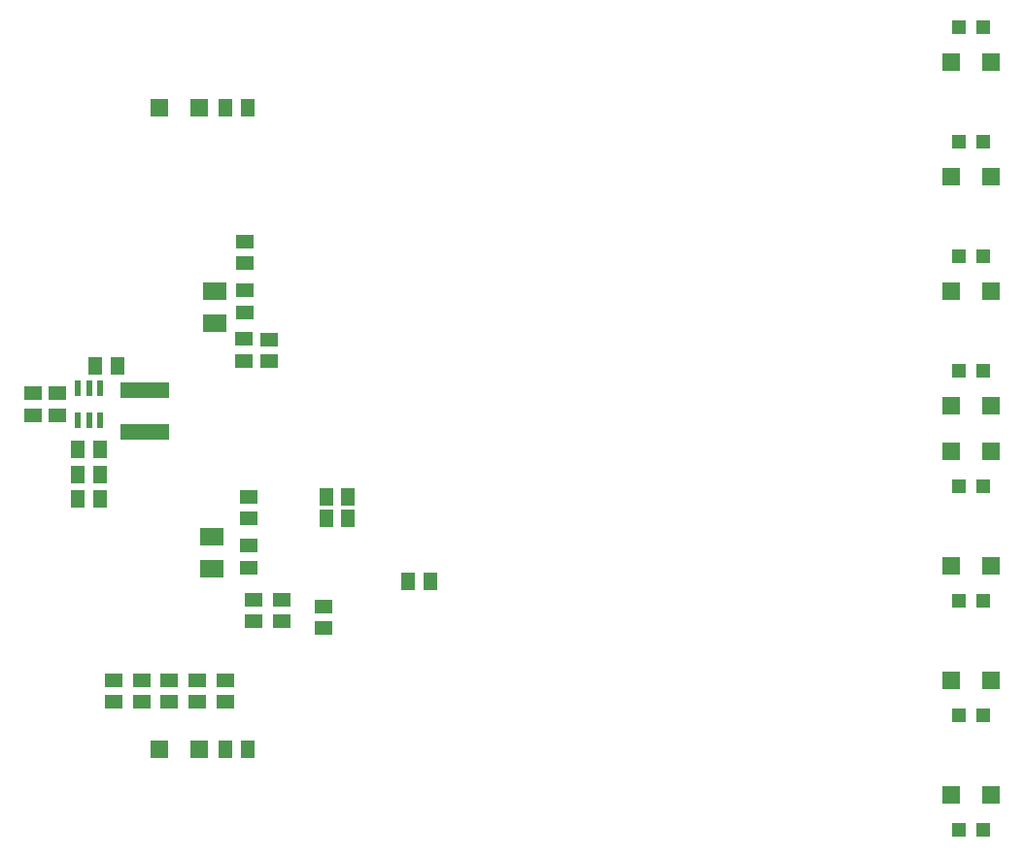
<source format=gbr>
G04 EAGLE Gerber RS-274X export*
G75*
%MOMM*%
%FSLAX34Y34*%
%LPD*%
%INSolderpaste Bottom*%
%IPPOS*%
%AMOC8*
5,1,8,0,0,1.08239X$1,22.5*%
G01*
%ADD10R,2.000000X1.600000*%
%ADD11R,1.500000X1.300000*%
%ADD12R,1.600000X1.300000*%
%ADD13R,1.200000X1.200000*%
%ADD14R,1.500000X1.500000*%
%ADD15R,0.550000X1.350000*%
%ADD16R,1.300000X1.500000*%
%ADD17R,4.200000X1.400000*%
%ADD18R,1.300000X1.600000*%


D10*
X200848Y521752D03*
X200848Y549752D03*
D11*
X226502Y508168D03*
X226502Y489168D03*
X248346Y507660D03*
X248346Y488660D03*
D10*
X198308Y307884D03*
X198308Y335884D03*
D12*
X227264Y593004D03*
X227264Y574004D03*
D11*
X227264Y550332D03*
X227264Y531332D03*
D12*
X230312Y370500D03*
X230312Y351500D03*
D11*
X230312Y327828D03*
X230312Y308828D03*
D13*
X849500Y80000D03*
X870500Y80000D03*
X849500Y180000D03*
X870500Y180000D03*
X849500Y280000D03*
X870500Y280000D03*
X849500Y380000D03*
X870500Y380000D03*
X849500Y480000D03*
X870500Y480000D03*
X849500Y580000D03*
X870500Y580000D03*
X849500Y680000D03*
X870500Y680000D03*
X849500Y780000D03*
X870500Y780000D03*
D14*
X877500Y110000D03*
X842500Y110000D03*
X877500Y210000D03*
X842500Y210000D03*
X877500Y310000D03*
X842500Y310000D03*
X877500Y410000D03*
X842500Y410000D03*
X877500Y550000D03*
X842500Y550000D03*
X877500Y650000D03*
X842500Y650000D03*
X877500Y750000D03*
X842500Y750000D03*
X877500Y450000D03*
X842500Y450000D03*
D11*
X185928Y210668D03*
X185928Y191668D03*
X210312Y210668D03*
X210312Y191668D03*
X112776Y210668D03*
X112776Y191668D03*
X161544Y210668D03*
X161544Y191668D03*
X137160Y210668D03*
X137160Y191668D03*
X259080Y280772D03*
X259080Y261772D03*
X234696Y280772D03*
X234696Y261772D03*
D15*
X100940Y437353D03*
X91440Y437353D03*
X81940Y437353D03*
X81940Y464855D03*
X91440Y464855D03*
X100940Y464855D03*
D16*
X97180Y484632D03*
X116180Y484632D03*
D11*
X42672Y460604D03*
X42672Y441604D03*
X64008Y460604D03*
X64008Y441604D03*
D16*
X81940Y411480D03*
X100940Y411480D03*
X81940Y368808D03*
X100940Y368808D03*
X81940Y390144D03*
X100940Y390144D03*
D17*
X140480Y463740D03*
X140480Y426740D03*
D14*
X152500Y150000D03*
X187500Y150000D03*
D18*
X210500Y150000D03*
X229500Y150000D03*
D14*
X152500Y710000D03*
X187500Y710000D03*
D18*
X210500Y710000D03*
X229500Y710000D03*
X388748Y296952D03*
X369748Y296952D03*
X298140Y351956D03*
X317140Y351956D03*
X298140Y370072D03*
X317140Y370072D03*
D12*
X295656Y274676D03*
X295656Y255676D03*
M02*

</source>
